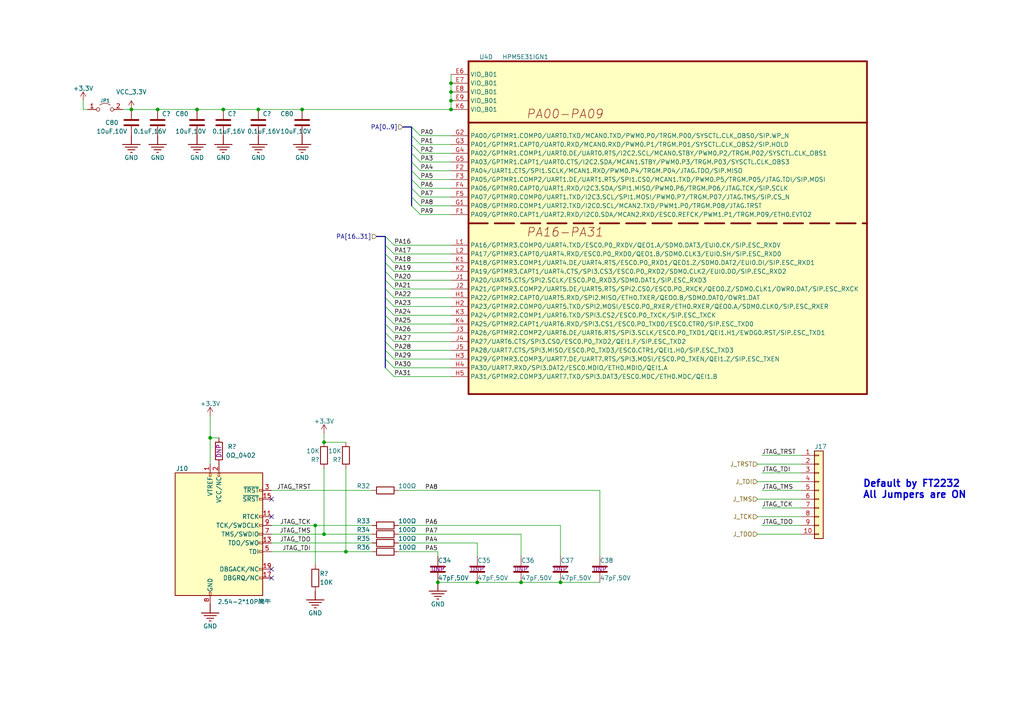
<source format=kicad_sch>
(kicad_sch (version 20230121) (generator eeschema)
  (paper "A4")
  (title_block (title "HPM5E00EVK") (date "2024-04-06") (rev "RevB") (comment 1 "MCU_PA&JTAG"))
  (junction (at 130.81 26.67))
  (junction (at 57.15 31.75))
  (junction (at 38.1 31.75))
  (junction (at 130.81 31.75))
  (junction (at 151.13 168.91))
  (junction (at 45.72 31.75))
  (junction (at 93.98 154.94))
  (junction (at 100.33 160.02))
  (junction (at 74.93 31.75))
  (junction (at 93.98 128.27))
  (junction (at 130.81 24.13))
  (junction (at 130.81 29.21))
  (junction (at 60.96 127))
  (junction (at 162.56 168.91))
  (junction (at 91.44 152.4))
  (junction (at 127 168.91))
  (junction (at 138.43 168.91))
  (junction (at 64.77 31.75))
  (junction (at 87.63 31.75))
  (no_connect (at 78.74 165.1))
  (no_connect (at 78.74 144.78))
  (no_connect (at 78.74 167.64))
  (no_connect (at 78.74 149.86))
  (bus_entry (at 111.76 83.82) (size 2.54 2.54))
  (bus_entry (at 119.38 52.07) (size 2.54 2.54))
  (bus_entry (at 119.38 57.15) (size 2.54 2.54))
  (bus_entry (at 119.38 54.61) (size 2.54 2.54))
  (bus_entry (at 111.76 76.2) (size 2.54 2.54))
  (bus_entry (at 111.76 99.06) (size 2.54 2.54))
  (bus_entry (at 119.38 46.99) (size 2.54 2.54))
  (bus_entry (at 119.38 39.37) (size 2.54 2.54))
  (bus_entry (at 111.76 106.68) (size 2.54 2.54))
  (bus_entry (at 119.38 44.45) (size 2.54 2.54))
  (bus_entry (at 111.76 104.14) (size 2.54 2.54))
  (bus_entry (at 111.76 81.28) (size 2.54 2.54))
  (bus_entry (at 111.76 101.6) (size 2.54 2.54))
  (bus_entry (at 111.76 88.9) (size 2.54 2.54))
  (bus_entry (at 111.76 71.12) (size 2.54 2.54))
  (bus_entry (at 111.76 93.98) (size 2.54 2.54))
  (bus_entry (at 111.76 96.52) (size 2.54 2.54))
  (bus_entry (at 111.76 91.44) (size 2.54 2.54))
  (bus_entry (at 119.38 41.91) (size 2.54 2.54))
  (bus_entry (at 111.76 78.74) (size 2.54 2.54))
  (bus_entry (at 119.38 59.69) (size 2.54 2.54))
  (bus_entry (at 111.76 68.58) (size 2.54 2.54))
  (bus_entry (at 111.76 86.36) (size 2.54 2.54))
  (bus_entry (at 119.38 49.53) (size 2.54 2.54))
  (bus_entry (at 119.38 36.83) (size 2.54 2.54))
  (bus_entry (at 111.76 73.66) (size 2.54 2.54))
  (bus (pts (xy 111.76 104.14) (xy 111.76 106.68)))
  (wire (pts (xy 114.3 78.74) (xy 130.81 78.74)))
  (wire (pts (xy 78.74 154.94) (xy 93.98 154.94)))
  (wire (pts (xy 121.92 49.53) (xy 130.81 49.53)))
  (wire (pts (xy 114.3 101.6) (xy 130.81 101.6)))
  (wire (pts (xy 24.13 31.75) (xy 25.4 31.75)))
  (wire (pts (xy 138.43 168.91) (xy 151.13 168.91)))
  (wire (pts (xy 127 161.29) (xy 127 160.02)))
  (bus (pts (xy 119.38 54.61) (xy 119.38 57.15)))
  (wire (pts (xy 220.98 137.16) (xy 232.41 137.16)))
  (wire (pts (xy 91.44 152.4) (xy 91.44 163.83)))
  (wire (pts (xy 114.3 99.06) (xy 130.81 99.06)))
  (wire (pts (xy 107.95 142.24) (xy 78.74 142.24)))
  (wire (pts (xy 130.81 21.59) (xy 130.81 24.13)))
  (bus (pts (xy 111.76 99.06) (xy 111.76 101.6)))
  (wire (pts (xy 64.77 31.75) (xy 74.93 31.75)))
  (bus (pts (xy 119.38 41.91) (xy 119.38 44.45)))
  (bus (pts (xy 119.38 57.15) (xy 119.38 59.69)))
  (wire (pts (xy 114.3 91.44) (xy 130.81 91.44)))
  (bus (pts (xy 119.38 46.99) (xy 119.38 49.53)))
  (wire (pts (xy 45.72 31.75) (xy 57.15 31.75)))
  (wire (pts (xy 130.81 29.21) (xy 130.81 31.75)))
  (bus (pts (xy 119.38 44.45) (xy 119.38 46.99)))
  (bus (pts (xy 111.76 76.2) (xy 111.76 78.74)))
  (wire (pts (xy 87.63 31.75) (xy 130.81 31.75)))
  (bus (pts (xy 111.76 68.58) (xy 111.76 71.12)))
  (wire (pts (xy 121.92 41.91) (xy 130.81 41.91)))
  (wire (pts (xy 121.92 39.37) (xy 130.81 39.37)))
  (wire (pts (xy 93.98 125.73) (xy 93.98 128.27)))
  (wire (pts (xy 219.71 139.7) (xy 232.41 139.7)))
  (wire (pts (xy 121.92 46.99) (xy 130.81 46.99)))
  (wire (pts (xy 151.13 168.91) (xy 162.56 168.91)))
  (bus (pts (xy 119.38 36.83) (xy 119.38 39.37)))
  (bus (pts (xy 119.38 39.37) (xy 119.38 41.91)))
  (wire (pts (xy 151.13 161.29) (xy 151.13 154.94)))
  (wire (pts (xy 114.3 88.9) (xy 130.81 88.9)))
  (bus (pts (xy 111.76 88.9) (xy 111.76 91.44)))
  (wire (pts (xy 24.13 29.21) (xy 24.13 31.75)))
  (wire (pts (xy 78.74 157.48) (xy 107.95 157.48)))
  (wire (pts (xy 127 168.91) (xy 138.43 168.91)))
  (wire (pts (xy 121.92 54.61) (xy 130.81 54.61)))
  (wire (pts (xy 115.57 154.94) (xy 151.13 154.94)))
  (wire (pts (xy 114.3 71.12) (xy 130.81 71.12)))
  (wire (pts (xy 115.57 157.48) (xy 138.43 157.48)))
  (wire (pts (xy 35.56 31.75) (xy 38.1 31.75)))
  (wire (pts (xy 121.92 62.23) (xy 130.81 62.23)))
  (wire (pts (xy 162.56 168.91) (xy 173.99 168.91)))
  (wire (pts (xy 162.56 161.29) (xy 162.56 152.4)))
  (wire (pts (xy 121.92 57.15) (xy 130.81 57.15)))
  (wire (pts (xy 78.74 152.4) (xy 91.44 152.4)))
  (bus (pts (xy 111.76 71.12) (xy 111.76 73.66)))
  (wire (pts (xy 100.33 160.02) (xy 107.95 160.02)))
  (wire (pts (xy 219.71 149.86) (xy 232.41 149.86)))
  (wire (pts (xy 107.95 152.4) (xy 91.44 152.4)))
  (wire (pts (xy 130.81 26.67) (xy 130.81 29.21)))
  (wire (pts (xy 100.33 135.89) (xy 100.33 160.02)))
  (wire (pts (xy 173.99 161.29) (xy 173.99 142.24)))
  (wire (pts (xy 114.3 104.14) (xy 130.81 104.14)))
  (wire (pts (xy 115.57 142.24) (xy 173.99 142.24)))
  (wire (pts (xy 114.3 106.68) (xy 130.81 106.68)))
  (wire (pts (xy 60.96 127) (xy 63.5 127)))
  (bus (pts (xy 119.38 49.53) (xy 119.38 52.07)))
  (wire (pts (xy 219.71 144.78) (xy 232.41 144.78)))
  (wire (pts (xy 38.1 31.75) (xy 45.72 31.75)))
  (wire (pts (xy 220.98 147.32) (xy 232.41 147.32)))
  (bus (pts (xy 111.76 81.28) (xy 111.76 83.82)))
  (bus (pts (xy 111.76 73.66) (xy 111.76 76.2)))
  (wire (pts (xy 93.98 128.27) (xy 100.33 128.27)))
  (wire (pts (xy 93.98 135.89) (xy 93.98 154.94)))
  (wire (pts (xy 115.57 152.4) (xy 162.56 152.4)))
  (wire (pts (xy 220.98 152.4) (xy 232.41 152.4)))
  (wire (pts (xy 74.93 31.75) (xy 87.63 31.75)))
  (wire (pts (xy 121.92 59.69) (xy 130.81 59.69)))
  (bus (pts (xy 111.76 78.74) (xy 111.76 81.28)))
  (wire (pts (xy 114.3 83.82) (xy 130.81 83.82)))
  (wire (pts (xy 219.71 134.62) (xy 232.41 134.62)))
  (bus (pts (xy 116.84 36.83) (xy 119.38 36.83)))
  (wire (pts (xy 57.15 31.75) (xy 64.77 31.75)))
  (bus (pts (xy 109.22 68.58) (xy 111.76 68.58)))
  (wire (pts (xy 114.3 86.36) (xy 130.81 86.36)))
  (bus (pts (xy 111.76 96.52) (xy 111.76 99.06)))
  (wire (pts (xy 138.43 161.29) (xy 138.43 157.48)))
  (wire (pts (xy 114.3 93.98) (xy 130.81 93.98)))
  (wire (pts (xy 114.3 96.52) (xy 130.81 96.52)))
  (bus (pts (xy 111.76 93.98) (xy 111.76 96.52)))
  (wire (pts (xy 121.92 44.45) (xy 130.81 44.45)))
  (wire (pts (xy 114.3 109.22) (xy 130.81 109.22)))
  (bus (pts (xy 111.76 86.36) (xy 111.76 88.9)))
  (wire (pts (xy 121.92 52.07) (xy 130.81 52.07)))
  (wire (pts (xy 114.3 73.66) (xy 130.81 73.66)))
  (wire (pts (xy 220.98 142.24) (xy 232.41 142.24)))
  (wire (pts (xy 114.3 76.2) (xy 130.81 76.2)))
  (wire (pts (xy 115.57 160.02) (xy 127 160.02)))
  (wire (pts (xy 93.98 154.94) (xy 107.95 154.94)))
  (bus (pts (xy 111.76 101.6) (xy 111.76 104.14)))
  (wire (pts (xy 78.74 160.02) (xy 100.33 160.02)))
  (wire (pts (xy 114.3 81.28) (xy 130.81 81.28)))
  (bus (pts (xy 119.38 52.07) (xy 119.38 54.61)))
  (wire (pts (xy 60.96 120.65) (xy 60.96 127)))
  (bus (pts (xy 111.76 83.82) (xy 111.76 86.36)))
  (wire (pts (xy 220.98 132.08) (xy 232.41 132.08)))
  (wire (pts (xy 219.71 154.94) (xy 232.41 154.94)))
  (wire (pts (xy 130.81 24.13) (xy 130.81 26.67)))
  (wire (pts (xy 60.96 127) (xy 60.96 134.62)))
  (bus (pts (xy 111.76 91.44) (xy 111.76 93.98)))
  (text "Default by FT2232\nAll Jumpers are ON" (at 250.19 144.78 0) (effects (font (size 2 2) (thickness 0.4) bold) (justify left bottom)))
  (label "PA4" (at 121.92 49.53 0))
  (label "PA28" (at 114.3 101.6 0))
  (label "JTAG_TRST" (at 90.17 142.24 180))
  (label "PA7" (at 127 154.94 180))
  (label "JTAG_TMS" (at 220.98 142.24 0))
  (label "JTAG_TDI" (at 90.17 160.02 180))
  (label "PA6" (at 127 152.4 180))
  (label "PA3" (at 121.92 46.99 0))
  (label "PA6" (at 121.92 54.61 0))
  (label "PA20" (at 114.3 81.28 0))
  (label "JTAG_TCK" (at 90.17 152.4 180))
  (label "PA17" (at 114.3 73.66 0))
  (label "PA23" (at 114.3 88.9 0))
  (label "PA5" (at 127 160.02 180))
  (label "PA4" (at 127 157.48 180))
  (label "JTAG_TCK" (at 220.98 147.32 0))
  (label "PA27" (at 114.3 99.06 0))
  (label "PA24" (at 114.3 91.44 0))
  (label "PA9" (at 121.92 62.23 0))
  (label "PA8" (at 121.92 59.69 0))
  (label "PA5" (at 121.92 52.07 0))
  (label "PA18" (at 114.3 76.2 0))
  (label "PA21" (at 114.3 83.82 0))
  (label "PA30" (at 114.3 106.68 0))
  (label "PA25" (at 114.3 93.98 0))
  (label "PA0" (at 121.92 39.37 0))
  (label "JTAG_TDI" (at 220.98 137.16 0))
  (label "JTAG_TDO" (at 90.17 157.48 180))
  (label "PA29" (at 114.3 104.14 0))
  (label "PA26" (at 114.3 96.52 0))
  (label "PA16" (at 114.3 71.12 0))
  (label "PA22" (at 114.3 86.36 0))
  (label "PA7" (at 121.92 57.15 0))
  (label "PA2" (at 121.92 44.45 0))
  (label "JTAG_TMS" (at 90.17 154.94 180))
  (label "JTAG_TDO" (at 220.98 152.4 0))
  (label "PA8" (at 127 142.24 180))
  (label "PA31" (at 114.3 109.22 0))
  (label "PA1" (at 121.92 41.91 0))
  (label "JTAG_TRST" (at 220.98 132.08 0))
  (label "PA19" (at 114.3 78.74 0))
  (hierarchical_label "J_TRST" (shape input) (at 219.71 134.62 180))
  (hierarchical_label "J_TMS" (shape input) (at 219.71 144.78 180))
  (hierarchical_label "PA[16..31]" (shape input) (at 109.22 68.58 180))
  (hierarchical_label "PA[0..9]" (shape input) (at 116.84 36.83 180))
  (hierarchical_label "J_TDI" (shape input) (at 219.71 139.7 180))
  (hierarchical_label "J_TDO" (shape input) (at 219.71 154.94 180))
  (hierarchical_label "J_TCK" (shape input) (at 219.71 149.86 180))
  (symbol (lib_id "03_HPM_Capacitance:47pF,50V_0402") (at 162.56 165.1 0) (unit 1)
    (property "Reference" "C37" (at 162.56 162.56 0) (effects (justify left)))
    (property "Value" "47pF,50V" (at 162.56 167.64 0) (effects (justify left)))
    (property "Footprint" "03_HPM_Capacitance:C_0402_1005Metric" (effects hide))
    (property "Model" " CC0402JRNPO9BN470" (effects hide))
    (property "Company" "YAGEO(国巨)" (effects hide))
    (property "ASSY_OPT" "DNP" (at 162.56 165.1 0))
  )
  (symbol (lib_id "03_HPM_Capacitance:47pF,50V_0402") (at 151.13 165.1 0) (unit 1)
    (property "Reference" "C36" (at 151.13 162.56 0) (effects (justify left)))
    (property "Value" "47pF,50V" (at 151.13 167.64 0) (effects (justify left)))
    (property "Footprint" "03_HPM_Capacitance:C_0402_1005Metric" (effects hide))
    (property "Model" " CC0402JRNPO9BN470" (effects hide))
    (property "Company" "YAGEO(国巨)" (effects hide))
    (property "ASSY_OPT" "DNP" (at 151.13 165.1 0))
  )
  (symbol (lib_id "02_HPM_Resistor:100Ω_0402") (at 111.76 160.02 0) (unit 1)
    (property "Reference" "R36" (at 105.41 158.75 0))
    (property "Value" "100Ω" (at 118.11 158.75 0))
    (property "Footprint" "02_HPM_Resistor:R_0402_1005Metric" (effects hide))
    (property "Model" "0402WGF1000TCE" (effects hide))
    (property "Company" "UNI-ROYAL(厚声)" (effects hide))
  )
  (symbol (lib_id "02_HPM_Resistor:100Ω_0402") (at 111.76 157.48 0) (unit 1)
    (property "Reference" "R35" (at 105.41 156.21 0))
    (property "Value" "100Ω" (at 118.11 156.21 0))
    (property "Footprint" "02_HPM_Resistor:R_0402_1005Metric" (effects hide))
    (property "Model" "0402WGF1000TCE" (effects hide))
    (property "Company" "UNI-ROYAL(厚声)" (effects hide))
  )
  (symbol (lib_id "03_HPM_Capacitance:47pF,50V_0402") (at 173.99 165.1 0) (unit 1)
    (property "Reference" "C38" (at 173.99 162.56 0) (effects (justify left)))
    (property "Value" "47pF,50V" (at 173.99 167.64 0) (effects (justify left)))
    (property "Footprint" "03_HPM_Capacitance:C_0402_1005Metric" (effects hide))
    (property "Model" " CC0402JRNPO9BN470" (effects hide))
    (property "Company" "YAGEO(国巨)" (effects hide))
    (property "ASSY_OPT" "DNP" (at 173.99 165.1 0))
  )
  (symbol (lib_id "00_HPM700_Library:HPM5E31IGN1") (at 135.89 17.78 0) (unit 4)
    (property "Reference" "U4" (at 140.97 16.51 0))
    (property "Value" "HPM5E31IGN1" (at 152.4 16.51 0))
    (property "Footprint" "00_HPM_Library:BGA-196_14x14_12.0x12.0mm_P0.8mm" (effects hide))
  )
  (symbol (lib_id "03_HPM_Capacitance:47pF,50V_0402") (at 138.43 165.1 0) (unit 1)
    (property "Reference" "C35" (at 138.43 162.56 0) (effects (justify left)))
    (property "Value" "47pF,50V" (at 138.43 167.64 0) (effects (justify left)))
    (property "Footprint" "03_HPM_Capacitance:C_0402_1005Metric" (effects hide))
    (property "Model" " CC0402JRNPO9BN470" (effects hide))
    (property "Company" "YAGEO(国巨)" (effects hide))
    (property "ASSY_OPT" "DNP" (at 138.43 165.1 0))
  )
  (symbol (lib_id "03_HPM_Capacitance:0.1uF,16V_0402") (at 45.72 35.56 180) (unit 1)
    (property "Reference" "C?" (at 49.53 33.02 0) (effects (justify left)))
    (property "Value" "0.1uF,16V" (at 48.26 38.1 0) (effects (justify left)))
    (property "Footprint" "03_HPM_Capacitance:C_0402_1005Metric" (effects hide))
    (property "Model" "CL05B104KO5NNNC" (effects hide))
    (property "Company" "SAMSUNG(三星)" (effects hide))
    (instances (project "HPM6E00-PA00-PA31-JTAG-BOOT-LED-KEY" (path "" (reference "C?") (unit 1))) (project "HPM5300-USB-OSC" (path "" (reference "C?") (unit 1))) (project "HPM6E00 SKT Board BGA289_BDIF REVA" (path "" (reference "C?") (unit 1)) (path "" (reference "C?") (unit 1))) (project "HPM5E00EVKRevC" (path "" (reference "C25") (unit 1))) (project "HPM5300 SKT Board LQFP100 REVA" (path "" (reference "C?") (unit 1))))
  )
  (symbol (lib_id "00_HPM_power:GND") (at 38.1 39.37 0) (mirror y) (unit 1)
    (property "Reference" "#PWR?" (effects hide))
    (property "Value" "GND" (at 38.1 45.72 0))
    (instances (project "HPM6E00-PA00-PA31-JTAG-BOOT-LED-KEY" (path "" (reference "#PWR?") (unit 1))) (project "HPM6E00 SKT Board BGA289_BDIF REVA" (path "" (reference "#PWR?") (unit 1))) (project "HPM5300-CON-JTAG" (path "" (reference "#PWR?") (unit 1))) (project "HPM5E00EVKRevC" (path "" (reference "#PWR062") (unit 1))) (project "HPM5300 SKT Board LQFP100 REVA" (path "" (reference "#PWR?") (unit 1))))
  )
  (symbol (lib_id "02_HPM_Resistor:100Ω_0402") (at 111.76 154.94 0) (unit 1)
    (property "Reference" "R34" (at 105.41 153.67 0))
    (property "Value" "100Ω" (at 118.11 153.67 0))
    (property "Footprint" "02_HPM_Resistor:R_0402_1005Metric" (effects hide))
    (property "Model" "0402WGF1000TCE" (effects hide))
    (property "Company" "UNI-ROYAL(厚声)" (effects hide))
  )
  (symbol (lib_name "10K_0402_4") (lib_id "02_HPM_Resistor:10K_0402") (at 93.98 132.08 270) (unit 1)
    (property "Reference" "R?" (at 92.71 133.35 90) (effects (justify right)))
    (property "Value" "10K" (at 92.71 130.81 90) (effects (justify right)))
    (property "Footprint" "02_HPM_Resistor:R_0402_1005Metric" (effects hide))
    (property "Model" "0402WGF1002TCE" (effects hide))
    (property "Company" "UNI-ROYAL(厚声)" (effects hide))
    (instances (project "HPM6E00-PA00-PA31-JTAG-BOOT-LED-KEY" (path "" (reference "R?") (unit 1))) (project "HPM6E00 SKT Board BGA289_BDIF REVA" (path "" (reference "R?") (unit 1))) (project "HPM5300-CON-JTAG" (path "" (reference "R?") (unit 1))) (project "HPM5E00EVKRevC" (path "" (reference "R38") (unit 1))) (project "HPM5300 SKT Board LQFP100 REVA" (path "" (reference "R?") (unit 1))))
  )
  (symbol (lib_id "00_HPM_power:GND") (at 60.96 175.26 0) (unit 1)
    (property "Reference" "#PWR?" (effects hide))
    (property "Value" "GND" (at 60.96 181.61 0))
    (instances (project "HPM6E00-PA00-PA31-JTAG-BOOT-LED-KEY" (path "" (reference "#PWR?") (unit 1))) (project "HPM6E00 SKT Board BGA289_BDIF REVA" (path "" (reference "#PWR?") (unit 1))) (project "HPM5300-CON-JTAG" (path "" (reference "#PWR?") (unit 1))) (project "HPM5E00EVKRevC" (path "" (reference "#PWR066") (unit 1))) (project "HPM5300 SKT Board LQFP100 REVA" (path "" (reference "#PWR?") (unit 1))))
  )
  (symbol (lib_id "02_HPM_Resistor:100Ω_0402") (at 111.76 142.24 0) (unit 1)
    (property "Reference" "R32" (at 105.41 140.97 0))
    (property "Value" "100Ω" (at 118.11 140.97 0))
    (property "Footprint" "02_HPM_Resistor:R_0402_1005Metric" (effects hide))
    (property "Model" "0402WGF1000TCE" (effects hide))
    (property "Company" "UNI-ROYAL(厚声)" (effects hide))
  )
  (symbol (lib_id "00_HPM_power:GND") (at 74.93 39.37 0) (mirror y) (unit 1)
    (property "Reference" "#PWR?" (effects hide))
    (property "Value" "GND" (at 74.93 45.72 0))
    (instances (project "HPM6E00-PA00-PA31-JTAG-BOOT-LED-KEY" (path "" (reference "#PWR?") (unit 1))) (project "HPM6E00 SKT Board BGA289_BDIF REVA" (path "" (reference "#PWR?") (unit 1))) (project "HPM5300-CON-JTAG" (path "" (reference "#PWR?") (unit 1))) (project "HPM5E00EVKRevC" (path "" (reference "#PWR0292") (unit 1))) (project "HPM5300 SKT Board LQFP100 REVA" (path "" (reference "#PWR?") (unit 1))))
  )
  (symbol (lib_id "03_HPM_Capacitance:10uF,10V_0402") (at 57.15 35.56 0) (unit 1)
    (property "Reference" "C80" (at 50.8 33.02 0) (effects (justify left)))
    (property "Value" "10uF,10V" (at 50.8 38.1 0) (effects (justify left)))
    (property "Footprint" "03_HPM_Capacitance:C_0402_1005Metric" (effects hide))
    (property "Model" "CL05A106MP5NUNC" (effects hide))
    (property "Company" " SAMSUNG(三星)" (effects hide))
    (instances (project "HPM5E00EVKRevC" (path "" (reference "C80") (unit 1)) (path "" (reference "C28") (unit 1)) (path "" (reference "C98") (unit 1))))
  )
  (symbol (lib_id "00_HPM_power:GND") (at 64.77 39.37 0) (mirror y) (unit 1)
    (property "Reference" "#PWR?" (effects hide))
    (property "Value" "GND" (at 64.77 45.72 0))
    (instances (project "HPM6E00-PA00-PA31-JTAG-BOOT-LED-KEY" (path "" (reference "#PWR?") (unit 1))) (project "HPM6E00 SKT Board BGA289_BDIF REVA" (path "" (reference "#PWR?") (unit 1))) (project "HPM5300-CON-JTAG" (path "" (reference "#PWR?") (unit 1))) (project "HPM5E00EVKRevC" (path "" (reference "#PWR090") (unit 1))) (project "HPM5300 SKT Board LQFP100 REVA" (path "" (reference "#PWR?") (unit 1))))
  )
  (symbol (lib_id "02_HPM_Resistor:100Ω_0402") (at 111.76 152.4 0) (unit 1)
    (property "Reference" "R33" (at 105.41 151.13 0))
    (property "Value" "100Ω" (at 118.11 151.13 0))
    (property "Footprint" "02_HPM_Resistor:R_0402_1005Metric" (effects hide))
    (property "Model" "0402WGF1000TCE" (effects hide))
    (property "Company" "UNI-ROYAL(厚声)" (effects hide))
  )
  (symbol (lib_id "00_HPM_power:GND") (at 127 168.91 0) (unit 1)
    (property "Reference" "#PWR?" (effects hide))
    (property "Value" "GND" (at 127 175.26 0))
    (instances (project "HPM6E00-PA00-PA31-JTAG-BOOT-LED-KEY" (path "" (reference "#PWR?") (unit 1))) (project "HPM6E00 SKT Board BGA289_BDIF REVA" (path "" (reference "#PWR?") (unit 1))) (project "HPM5300-CON-JTAG" (path "" (reference "#PWR?") (unit 1))) (project "HPM5E00EVKRevC" (path "" (reference "#PWR065") (unit 1))) (project "HPM5300 SKT Board LQFP100 REVA" (path "" (reference "#PWR?") (unit 1))))
  )
  (symbol (lib_id "00_HPM_power:+3.3V") (at 93.98 125.73 0) (mirror y) (unit 1)
    (property "Reference" "#PWR?" (effects hide))
    (property "Value" "+3.3V" (at 93.98 122.174 0))
    (instances (project "HPM6E00-PA00-PA31-JTAG-BOOT-LED-KEY" (path "" (reference "#PWR?") (unit 1))) (project "HPM6E00 SKT Board BGA289_BDIF REVA" (path "" (reference "#PWR?") (unit 1))) (project "HPM5300-CON-JTAG" (path "" (reference "#PWR?") (unit 1))) (project "HPM5E00EVKRevC" (path "" (reference "#PWR068") (unit 1))) (project "HPM5300 SKT Board LQFP100 REVA" (path "" (reference "#PWR?") (unit 1))))
  )
  (symbol (lib_id "00_HPM_power:GND") (at 45.72 39.37 0) (mirror y) (unit 1)
    (property "Reference" "#PWR?" (effects hide))
    (property "Value" "GND" (at 45.72 45.72 0))
    (instances (project "HPM6E00-PA00-PA31-JTAG-BOOT-LED-KEY" (path "" (reference "#PWR?") (unit 1))) (project "HPM6E00 SKT Board BGA289_BDIF REVA" (path "" (reference "#PWR?") (unit 1))) (project "HPM5300-CON-JTAG" (path "" (reference "#PWR?") (unit 1))) (project "HPM5E00EVKRevC" (path "" (reference "#PWR088") (unit 1))) (project "HPM5300 SKT Board LQFP100 REVA" (path "" (reference "#PWR?") (unit 1))))
  )
  (symbol (lib_name "10K_0402_2") (lib_id "02_HPM_Resistor:10K_0402") (at 100.33 132.08 270) (unit 1)
    (property "Reference" "R?" (at 99.06 133.35 90) (effects (justify right)))
    (property "Value" "10K" (at 99.06 130.81 90) (effects (justify right)))
    (property "Footprint" "02_HPM_Resistor:R_0402_1005Metric" (effects hide))
    (property "Model" "0402WGF1002TCE" (effects hide))
    (property "Company" "UNI-ROYAL(厚声)" (effects hide))
    (instances (project "HPM6E00-PA00-PA31-JTAG-BOOT-LED-KEY" (path "" (reference "R?") (unit 1))) (project "HPM6E00 SKT Board BGA289_BDIF REVA" (path "" (reference "R?") (unit 1))) (project "HPM5300-CON-JTAG" (path "" (reference "R?") (unit 1))) (project "HPM5E00EVKRevC" (path "" (reference "R39") (unit 1))) (project "HPM5300 SKT Board LQFP100 REVA" (path "" (reference "R?") (unit 1))))
  )
  (symbol (lib_id "05_HPM_Connector_IDC:2.54-2*10P简牛") (at 63.5 146.05 0) (unit 1)
    (property "Reference" "J10" (at 54.61 135.89 0) (effects (justify right)))
    (property "Value" "2.54-2*10P简牛" (at 78.74 175.26 0) (effects (justify right bottom)))
    (property "Footprint" "05_HPM_Connector_IDC:IDC-Header_2x10_P2.54mm" (effects hide))
    (property "Model" "2.54-2*10P简牛" (effects hide))
    (property "Company" " BOOMELE(博穆精密) " (effects hide))
  )
  (symbol (lib_id "00_HPM_power:GND") (at 87.63 39.37 0) (mirror y) (unit 1)
    (property "Reference" "#PWR?" (effects hide))
    (property "Value" "GND" (at 87.63 45.72 0))
    (instances (project "HPM6E00-PA00-PA31-JTAG-BOOT-LED-KEY" (path "" (reference "#PWR?") (unit 1))) (project "HPM6E00 SKT Board BGA289_BDIF REVA" (path "" (reference "#PWR?") (unit 1))) (project "HPM5300-CON-JTAG" (path "" (reference "#PWR?") (unit 1))) (project "HPM5E00EVKRevC" (path "" (reference "#PWR0293") (unit 1))) (project "HPM5300 SKT Board LQFP100 REVA" (path "" (reference "#PWR?") (unit 1))))
  )
  (symbol (lib_id "00_HPM_power:+3.3V") (at 60.96 120.65 0) (unit 1)
    (property "Reference" "#PWR?" (effects hide))
    (property "Value" "+3.3V" (at 60.96 117.094 0))
    (instances (project "HPM6E00-PA00-PA31-JTAG-BOOT-LED-KEY" (path "" (reference "#PWR?") (unit 1))) (project "HPM6E00 SKT Board BGA289_BDIF REVA" (path "" (reference "#PWR?") (unit 1))) (project "HPM5300-CON-JTAG" (path "" (reference "#PWR?") (unit 1))) (project "HPM5E00EVKRevC" (path "" (reference "#PWR064") (unit 1))) (project "HPM5300 SKT Board LQFP100 REVA" (path "" (reference "#PWR?") (unit 1))))
  )
  (symbol (lib_id "03_HPM_Capacitance:10uF,10V_0402") (at 87.63 35.56 0) (unit 1)
    (property "Reference" "C80" (at 81.28 33.02 0) (effects (justify left)))
    (property "Value" "10uF,10V" (at 81.28 38.1 0) (effects (justify left)))
    (property "Footprint" "03_HPM_Capacitance:C_0402_1005Metric" (effects hide))
    (property "Model" "CL05A106MP5NUNC" (effects hide))
    (property "Company" " SAMSUNG(三星)" (effects hide))
    (instances (project "HPM5E00EVKRevC" (path "" (reference "C80") (unit 1)) (path "" (reference "C28") (unit 1)) (path "" (reference "C156") (unit 1))))
  )
  (symbol (lib_id "05_HPM_Connector_PinHeader:Conn_01x10") (at 238.76 152.4 0) (unit 1)
    (property "Reference" "J17" (at 236.22 129.54 0) (effects (justify left)))
    (property "Value" "Conn_01x10" (effects hide))
    (property "Footprint" "05_HPM_Connector_PinHeader:PinHeader_1x10_P2.54mm_Vertical" (effects hide))
    (property "Model" "PZ254V-11-06P" (effects hide))
    (property "Company" " XFCN(兴飞) " (effects hide))
  )
  (symbol (lib_id "03_HPM_Capacitance:10uF,10V_0402") (at 38.1 35.56 0) (unit 1)
    (property "Reference" "C80" (at 30.48 35.56 0) (effects (justify left)))
    (property "Value" "10uF,10V" (at 27.94 38.1 0) (effects (justify left)))
    (property "Footprint" "03_HPM_Capacitance:C_0402_1005Metric" (effects hide))
    (property "Model" "CL05A106MP5NUNC" (effects hide))
    (property "Company" " SAMSUNG(三星)" (effects hide))
    (instances (project "HPM5E00EVKRevC" (path "" (reference "C80") (unit 1)) (path "" (reference "C28") (unit 1)) (path "" (reference "C33") (unit 1))))
  )
  (symbol (lib_id "00_HPM_power:GND") (at 57.15 39.37 0) (mirror y) (unit 1)
    (property "Reference" "#PWR?" (effects hide))
    (property "Value" "GND" (at 57.15 45.72 0))
    (instances (project "HPM6E00-PA00-PA31-JTAG-BOOT-LED-KEY" (path "" (reference "#PWR?") (unit 1))) (project "HPM6E00 SKT Board BGA289_BDIF REVA" (path "" (reference "#PWR?") (unit 1))) (project "HPM5300-CON-JTAG" (path "" (reference "#PWR?") (unit 1))) (project "HPM5E00EVKRevC" (path "" (reference "#PWR089") (unit 1))) (project "HPM5300 SKT Board LQFP100 REVA" (path "" (reference "#PWR?") (unit 1))))
  )
  (symbol (lib_id "03_HPM_Capacitance:0.1uF,16V_0402") (at 74.93 35.56 180) (unit 1)
    (property "Reference" "C?" (at 78.74 33.02 0) (effects (justify left)))
    (property "Value" "0.1uF,16V" (at 81.28 38.1 0) (effects (justify left)))
    (property "Footprint" "03_HPM_Capacitance:C_0402_1005Metric" (effects hide))
    (property "Model" "CL05B104KO5NNNC" (effects hide))
    (property "Company" "SAMSUNG(三星)" (effects hide))
    (instances (project "HPM6E00-PA00-PA31-JTAG-BOOT-LED-KEY" (path "" (reference "C?") (unit 1))) (project "HPM5300-USB-OSC" (path "" (reference "C?") (unit 1))) (project "HPM6E00 SKT Board BGA289_BDIF REVA" (path "" (reference "C?") (unit 1)) (path "" (reference "C?") (unit 1))) (project "HPM5E00EVKRevC" (path "" (reference "C84") (unit 1))) (project "HPM5300 SKT Board LQFP100 REVA" (path "" (reference "C?") (unit 1))))
  )
  (symbol (lib_id "03_HPM_Capacitance:47pF,50V_0402") (at 127 165.1 0) (unit 1)
    (property "Reference" "C34" (at 127 162.56 0) (effects (justify left)))
    (property "Value" "47pF,50V" (at 127 167.64 0) (effects (justify left)))
    (property "Footprint" "03_HPM_Capacitance:C_0402_1005Metric" (effects hide))
    (property "Model" " CC0402JRNPO9BN470" (effects hide))
    (property "Company" "YAGEO(国巨)" (effects hide))
    (property "ASSY_OPT" "DNP" (at 127 165.1 0))
  )
  (symbol (lib_id "02_HPM_Resistor:0Ω_0402") (at 63.5 130.81 90) (unit 1)
    (property "Reference" "R?" (at 67.31 129.54 90))
    (property "Value" "0Ω_0402" (at 69.85 132.08 90))
    (property "Footprint" "02_HPM_Resistor:R_0402_1005Metric" (effects hide))
    (property "Model" "RC0402JR-070RL" (effects hide))
    (property "Company" "YAGEO(国巨)" (effects hide))
    (property "ASSY_OPT" "DNP" (at 63.5 130.81 0))
    (instances (project "HPM6E00-PA00-PA31-JTAG-BOOT-LED-KEY" (path "" (reference "R?") (unit 1))) (project "HPM6E00 SKT Board BGA289_BDIF REVA" (path "" (reference "R?") (unit 1))) (project "HPM5300-CON-JTAG" (path "" (reference "R?") (unit 1))) (project "HPM5E00EVKRevC" (path "" (reference "R31") (unit 1))) (project "HPM5300 SKT Board LQFP100 REVA" (path "" (reference "R?") (unit 1))))
  )
  (symbol (lib_id "00_HPM_power:+3.3V") (at 24.13 29.21 0) (unit 1)
    (property "Reference" "#PWR?" (effects hide))
    (property "Value" "+3.3V" (at 24.13 25.654 0))
    (instances (project "HPM6E00-PA00-PA31-JTAG-BOOT-LED-KEY" (path "" (reference "#PWR?") (unit 1))) (project "HPM6E00 SKT Board BGA289_BDIF REVA" (path "" (reference "#PWR?") (unit 1))) (project "HPM5300-CON-JTAG" (path "" (reference "#PWR?") (unit 1))) (project "HPM5E00EVKRevC" (path "" (reference "#PWR063") (unit 1))) (project "HPM5300 SKT Board LQFP100 REVA" (path "" (reference "#PWR?") (unit 1))))
  )
  (symbol (lib_name "10K_0402_3") (lib_id "02_HPM_Resistor:10K_0402") (at 91.44 167.64 90) (unit 1)
    (property "Reference" "R?" (at 92.71 166.37 90) (effects (justify right)))
    (property "Value" "10K" (at 92.71 168.91 90) (effects (justify right)))
    (property "Footprint" "02_HPM_Resistor:R_0402_1005Metric" (effects hide))
    (property "Model" "0402WGF1002TCE" (effects hide))
    (property "Company" "UNI-ROYAL(厚声)" (effects hide))
    (instances (project "HPM6E00-PA00-PA31-JTAG-BOOT-LED-KEY" (path "" (reference "R?") (unit 1))) (project "HPM6E00 SKT Board BGA289_BDIF REVA" (path "" (reference "R?") (unit 1))) (project "HPM5300-CON-JTAG" (path "" (reference "R?") (unit 1))) (project "HPM5E00EVKRevC" (path "" (reference "R37") (unit 1))) (project "HPM5300 SKT Board LQFP100 REVA" (path "" (reference "R?") (unit 1))))
  )
  (symbol (lib_id "01-HPM-Peripheral:Jumper_2") (at 30.48 31.75 0) (unit 1)
    (property "Reference" "JP1" (at 30.48 29.21 0) (effects (font (size 1 1))))
    (property "Value" "Jumper_2" (effects hide))
    (property "Footprint" "05_HPM_Connector_PinHeader:PinHeader_1x02_P2.54mm_Vertical" (effects hide))
    (property "Model" "跳帽" (effects hide))
  )
  (symbol (lib_id "00_HPM_power:GND") (at 91.44 171.45 0) (unit 1)
    (property "Reference" "#PWR?" (effects hide))
    (property "Value" "GND" (at 91.44 177.8 0))
    (instances (project "HPM6E00-PA00-PA31-JTAG-BOOT-LED-KEY" (path "" (reference "#PWR?") (unit 1))) (project "HPM6E00 SKT Board BGA289_BDIF REVA" (path "" (reference "#PWR?") (unit 1))) (project "HPM5300-CON-JTAG" (path "" (reference "#PWR?") (unit 1))) (project "HPM5E00EVKRevC" (path "" (reference "#PWR067") (unit 1))) (project "HPM5300 SKT Board LQFP100 REVA" (path "" (reference "#PWR?") (unit 1))))
  )
  (symbol (lib_id "00_HPM_power:VCC_3.3V") (at 38.1 31.75 0) (unit 1)
    (property "Reference" "#PWR0399" (effects hide))
    (property "Value" "VCC_3.3V" (at 38.1 26.67 0))
  )
  (symbol (lib_id "03_HPM_Capacitance:0.1uF,16V_0402") (at 64.77 35.56 180) (unit 1)
    (property "Reference" "C?" (at 68.58 33.02 0) (effects (justify left)))
    (property "Value" "0.1uF,16V" (at 71.12 38.1 0) (effects (justify left)))
    (property "Footprint" "03_HPM_Capacitance:C_0402_1005Metric" (effects hide))
    (property "Model" "CL05B104KO5NNNC" (effects hide))
    (property "Company" "SAMSUNG(三星)" (effects hide))
    (instances (project "HPM6E00-PA00-PA31-JTAG-BOOT-LED-KEY" (path "" (reference "C?") (unit 1))) (project "HPM5300-USB-OSC" (path "" (reference "C?") (unit 1))) (project "HPM6E00 SKT Board BGA289_BDIF REVA" (path "" (reference "C?") (unit 1)) (path "" (reference "C?") (unit 1))) (project "HPM5E00EVKRevC" (path "" (reference "C99") (unit 1))) (project "HPM5300 SKT Board LQFP100 REVA" (path "" (reference "C?") (unit 1))))
  )
)
</source>
